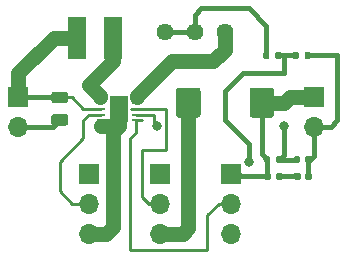
<source format=gbr>
%TF.GenerationSoftware,KiCad,Pcbnew,(5.1.9)-1*%
%TF.CreationDate,2021-12-07T16:03:42+01:00*%
%TF.ProjectId,max8815_00,6d617838-3831-4355-9f30-302e6b696361,rev?*%
%TF.SameCoordinates,Original*%
%TF.FileFunction,Copper,L1,Top*%
%TF.FilePolarity,Positive*%
%FSLAX46Y46*%
G04 Gerber Fmt 4.6, Leading zero omitted, Abs format (unit mm)*
G04 Created by KiCad (PCBNEW (5.1.9)-1) date 2021-12-07 16:03:42*
%MOMM*%
%LPD*%
G01*
G04 APERTURE LIST*
%TA.AperFunction,SMDPad,CuDef*%
%ADD10R,1.500000X3.600000*%
%TD*%
%TA.AperFunction,ComponentPad*%
%ADD11O,1.700000X1.700000*%
%TD*%
%TA.AperFunction,ComponentPad*%
%ADD12R,1.700000X1.700000*%
%TD*%
%TA.AperFunction,SMDPad,CuDef*%
%ADD13R,1.500000X2.300000*%
%TD*%
%TA.AperFunction,SMDPad,CuDef*%
%ADD14R,0.760000X0.270000*%
%TD*%
%TA.AperFunction,ComponentPad*%
%ADD15C,1.440000*%
%TD*%
%TA.AperFunction,ViaPad*%
%ADD16C,0.800000*%
%TD*%
%TA.AperFunction,Conductor*%
%ADD17C,0.406400*%
%TD*%
%TA.AperFunction,Conductor*%
%ADD18C,0.250000*%
%TD*%
%TA.AperFunction,Conductor*%
%ADD19C,1.270000*%
%TD*%
G04 APERTURE END LIST*
%TO.P,R4,2*%
%TO.N,Net-(D1-Pad2)*%
%TA.AperFunction,SMDPad,CuDef*%
G36*
G01*
X136345900Y-112427600D02*
X136345900Y-112057600D01*
G75*
G02*
X136480900Y-111922600I135000J0D01*
G01*
X136750900Y-111922600D01*
G75*
G02*
X136885900Y-112057600I0J-135000D01*
G01*
X136885900Y-112427600D01*
G75*
G02*
X136750900Y-112562600I-135000J0D01*
G01*
X136480900Y-112562600D01*
G75*
G02*
X136345900Y-112427600I0J135000D01*
G01*
G37*
%TD.AperFunction*%
%TO.P,R4,1*%
%TO.N,/out*%
%TA.AperFunction,SMDPad,CuDef*%
G36*
G01*
X135325900Y-112427600D02*
X135325900Y-112057600D01*
G75*
G02*
X135460900Y-111922600I135000J0D01*
G01*
X135730900Y-111922600D01*
G75*
G02*
X135865900Y-112057600I0J-135000D01*
G01*
X135865900Y-112427600D01*
G75*
G02*
X135730900Y-112562600I-135000J0D01*
G01*
X135460900Y-112562600D01*
G75*
G02*
X135325900Y-112427600I0J135000D01*
G01*
G37*
%TD.AperFunction*%
%TD*%
%TO.P,D1,2*%
%TO.N,Net-(D1-Pad2)*%
%TA.AperFunction,SMDPad,CuDef*%
G36*
G01*
X138405100Y-112057400D02*
X138405100Y-112402400D01*
G75*
G02*
X138257600Y-112549900I-147500J0D01*
G01*
X137962600Y-112549900D01*
G75*
G02*
X137815100Y-112402400I0J147500D01*
G01*
X137815100Y-112057400D01*
G75*
G02*
X137962600Y-111909900I147500J0D01*
G01*
X138257600Y-111909900D01*
G75*
G02*
X138405100Y-112057400I0J-147500D01*
G01*
G37*
%TD.AperFunction*%
%TO.P,D1,1*%
%TO.N,GND*%
%TA.AperFunction,SMDPad,CuDef*%
G36*
G01*
X139375100Y-112057400D02*
X139375100Y-112402400D01*
G75*
G02*
X139227600Y-112549900I-147500J0D01*
G01*
X138932600Y-112549900D01*
G75*
G02*
X138785100Y-112402400I0J147500D01*
G01*
X138785100Y-112057400D01*
G75*
G02*
X138932600Y-111909900I147500J0D01*
G01*
X139227600Y-111909900D01*
G75*
G02*
X139375100Y-112057400I0J-147500D01*
G01*
G37*
%TD.AperFunction*%
%TD*%
D10*
%TO.P,L1,2*%
%TO.N,/Batt*%
X119475000Y-100500000D03*
%TO.P,L1,1*%
%TO.N,Net-(L1-Pad1)*%
X122525000Y-100500000D03*
%TD*%
%TO.P,R1,2*%
%TO.N,Net-(J5-Pad3)*%
%TA.AperFunction,SMDPad,CuDef*%
G36*
G01*
X136240000Y-102185000D02*
X136240000Y-101815000D01*
G75*
G02*
X136375000Y-101680000I135000J0D01*
G01*
X136645000Y-101680000D01*
G75*
G02*
X136780000Y-101815000I0J-135000D01*
G01*
X136780000Y-102185000D01*
G75*
G02*
X136645000Y-102320000I-135000J0D01*
G01*
X136375000Y-102320000D01*
G75*
G02*
X136240000Y-102185000I0J135000D01*
G01*
G37*
%TD.AperFunction*%
%TO.P,R1,1*%
%TO.N,Net-(R1-Pad1)*%
%TA.AperFunction,SMDPad,CuDef*%
G36*
G01*
X135220000Y-102185000D02*
X135220000Y-101815000D01*
G75*
G02*
X135355000Y-101680000I135000J0D01*
G01*
X135625000Y-101680000D01*
G75*
G02*
X135760000Y-101815000I0J-135000D01*
G01*
X135760000Y-102185000D01*
G75*
G02*
X135625000Y-102320000I-135000J0D01*
G01*
X135355000Y-102320000D01*
G75*
G02*
X135220000Y-102185000I0J135000D01*
G01*
G37*
%TD.AperFunction*%
%TD*%
D11*
%TO.P,J4,3*%
%TO.N,GND*%
X126500000Y-117080000D03*
%TO.P,J4,2*%
%TO.N,Net-(J4-Pad2)*%
X126500000Y-114540000D03*
D12*
%TO.P,J4,1*%
%TO.N,/Batt*%
X126500000Y-112000000D03*
%TD*%
D11*
%TO.P,J3,3*%
%TO.N,GND*%
X120500000Y-117080000D03*
%TO.P,J3,2*%
%TO.N,Net-(J3-Pad2)*%
X120500000Y-114540000D03*
D12*
%TO.P,J3,1*%
%TO.N,/Batt*%
X120500000Y-112000000D03*
%TD*%
D11*
%TO.P,OUT,2*%
%TO.N,GND*%
X139500000Y-108040000D03*
D12*
%TO.P,OUT,1*%
%TO.N,/out*%
X139500000Y-105500000D03*
%TD*%
%TO.P,C3,2*%
%TO.N,GND*%
%TA.AperFunction,SMDPad,CuDef*%
G36*
G01*
X138776200Y-110988900D02*
X138776200Y-110648900D01*
G75*
G02*
X138916200Y-110508900I140000J0D01*
G01*
X139196200Y-110508900D01*
G75*
G02*
X139336200Y-110648900I0J-140000D01*
G01*
X139336200Y-110988900D01*
G75*
G02*
X139196200Y-111128900I-140000J0D01*
G01*
X138916200Y-111128900D01*
G75*
G02*
X138776200Y-110988900I0J140000D01*
G01*
G37*
%TD.AperFunction*%
%TO.P,C3,1*%
%TO.N,Net-(C3-Pad1)*%
%TA.AperFunction,SMDPad,CuDef*%
G36*
G01*
X137816200Y-110988900D02*
X137816200Y-110648900D01*
G75*
G02*
X137956200Y-110508900I140000J0D01*
G01*
X138236200Y-110508900D01*
G75*
G02*
X138376200Y-110648900I0J-140000D01*
G01*
X138376200Y-110988900D01*
G75*
G02*
X138236200Y-111128900I-140000J0D01*
G01*
X137956200Y-111128900D01*
G75*
G02*
X137816200Y-110988900I0J140000D01*
G01*
G37*
%TD.AperFunction*%
%TD*%
%TO.P,C2,2*%
%TO.N,GND*%
%TA.AperFunction,SMDPad,CuDef*%
G36*
G01*
X129925000Y-104975000D02*
X129925000Y-107025000D01*
G75*
G02*
X129675000Y-107275000I-250000J0D01*
G01*
X128100000Y-107275000D01*
G75*
G02*
X127850000Y-107025000I0J250000D01*
G01*
X127850000Y-104975000D01*
G75*
G02*
X128100000Y-104725000I250000J0D01*
G01*
X129675000Y-104725000D01*
G75*
G02*
X129925000Y-104975000I0J-250000D01*
G01*
G37*
%TD.AperFunction*%
%TO.P,C2,1*%
%TO.N,/out*%
%TA.AperFunction,SMDPad,CuDef*%
G36*
G01*
X136150000Y-104975000D02*
X136150000Y-107025000D01*
G75*
G02*
X135900000Y-107275000I-250000J0D01*
G01*
X134325000Y-107275000D01*
G75*
G02*
X134075000Y-107025000I0J250000D01*
G01*
X134075000Y-104975000D01*
G75*
G02*
X134325000Y-104725000I250000J0D01*
G01*
X135900000Y-104725000D01*
G75*
G02*
X136150000Y-104975000I0J-250000D01*
G01*
G37*
%TD.AperFunction*%
%TD*%
%TO.P,C1,2*%
%TO.N,GND*%
%TA.AperFunction,SMDPad,CuDef*%
G36*
G01*
X117525000Y-106950000D02*
X118475000Y-106950000D01*
G75*
G02*
X118725000Y-107200000I0J-250000D01*
G01*
X118725000Y-107700000D01*
G75*
G02*
X118475000Y-107950000I-250000J0D01*
G01*
X117525000Y-107950000D01*
G75*
G02*
X117275000Y-107700000I0J250000D01*
G01*
X117275000Y-107200000D01*
G75*
G02*
X117525000Y-106950000I250000J0D01*
G01*
G37*
%TD.AperFunction*%
%TO.P,C1,1*%
%TO.N,/Batt*%
%TA.AperFunction,SMDPad,CuDef*%
G36*
G01*
X117525000Y-105050000D02*
X118475000Y-105050000D01*
G75*
G02*
X118725000Y-105300000I0J-250000D01*
G01*
X118725000Y-105800000D01*
G75*
G02*
X118475000Y-106050000I-250000J0D01*
G01*
X117525000Y-106050000D01*
G75*
G02*
X117275000Y-105800000I0J250000D01*
G01*
X117275000Y-105300000D01*
G75*
G02*
X117525000Y-105050000I250000J0D01*
G01*
G37*
%TD.AperFunction*%
%TD*%
D13*
%TO.P,U1,11*%
%TO.N,GND*%
X123000000Y-106500000D03*
D14*
%TO.P,U1,10*%
%TO.N,/out*%
X124485000Y-105500000D03*
%TO.P,U1,9*%
X124485000Y-106000000D03*
%TO.P,U1,8*%
%TO.N,Net-(J4-Pad2)*%
X124485000Y-106500000D03*
%TO.P,U1,7*%
%TO.N,Net-(C3-Pad1)*%
X124485000Y-107000000D03*
%TO.P,U1,6*%
%TO.N,/FB*%
X124485000Y-107500000D03*
%TO.P,U1,5*%
%TO.N,GND*%
X121515000Y-107500000D03*
%TO.P,U1,4*%
%TO.N,Net-(J3-Pad2)*%
X121515000Y-107000000D03*
%TO.P,U1,3*%
%TO.N,/Batt*%
X121515000Y-106500000D03*
%TO.P,U1,2*%
%TO.N,Net-(L1-Pad1)*%
X121515000Y-106000000D03*
%TO.P,U1,1*%
X121515000Y-105500000D03*
%TD*%
D15*
%TO.P,RV1,3*%
%TO.N,Net-(R1-Pad1)*%
X126920000Y-100000000D03*
%TO.P,RV1,2*%
X129460000Y-100000000D03*
%TO.P,RV1,1*%
%TO.N,/out*%
X132000000Y-100000000D03*
%TD*%
%TO.P,R3,2*%
%TO.N,/out*%
%TA.AperFunction,SMDPad,CuDef*%
G36*
G01*
X135836200Y-110633900D02*
X135836200Y-111003900D01*
G75*
G02*
X135701200Y-111138900I-135000J0D01*
G01*
X135431200Y-111138900D01*
G75*
G02*
X135296200Y-111003900I0J135000D01*
G01*
X135296200Y-110633900D01*
G75*
G02*
X135431200Y-110498900I135000J0D01*
G01*
X135701200Y-110498900D01*
G75*
G02*
X135836200Y-110633900I0J-135000D01*
G01*
G37*
%TD.AperFunction*%
%TO.P,R3,1*%
%TO.N,Net-(C3-Pad1)*%
%TA.AperFunction,SMDPad,CuDef*%
G36*
G01*
X136856200Y-110633900D02*
X136856200Y-111003900D01*
G75*
G02*
X136721200Y-111138900I-135000J0D01*
G01*
X136451200Y-111138900D01*
G75*
G02*
X136316200Y-111003900I0J135000D01*
G01*
X136316200Y-110633900D01*
G75*
G02*
X136451200Y-110498900I135000J0D01*
G01*
X136721200Y-110498900D01*
G75*
G02*
X136856200Y-110633900I0J-135000D01*
G01*
G37*
%TD.AperFunction*%
%TD*%
%TO.P,R2,2*%
%TO.N,GND*%
%TA.AperFunction,SMDPad,CuDef*%
G36*
G01*
X138740000Y-102185000D02*
X138740000Y-101815000D01*
G75*
G02*
X138875000Y-101680000I135000J0D01*
G01*
X139145000Y-101680000D01*
G75*
G02*
X139280000Y-101815000I0J-135000D01*
G01*
X139280000Y-102185000D01*
G75*
G02*
X139145000Y-102320000I-135000J0D01*
G01*
X138875000Y-102320000D01*
G75*
G02*
X138740000Y-102185000I0J135000D01*
G01*
G37*
%TD.AperFunction*%
%TO.P,R2,1*%
%TO.N,Net-(J5-Pad3)*%
%TA.AperFunction,SMDPad,CuDef*%
G36*
G01*
X137720000Y-102185000D02*
X137720000Y-101815000D01*
G75*
G02*
X137855000Y-101680000I135000J0D01*
G01*
X138125000Y-101680000D01*
G75*
G02*
X138260000Y-101815000I0J-135000D01*
G01*
X138260000Y-102185000D01*
G75*
G02*
X138125000Y-102320000I-135000J0D01*
G01*
X137855000Y-102320000D01*
G75*
G02*
X137720000Y-102185000I0J135000D01*
G01*
G37*
%TD.AperFunction*%
%TD*%
D11*
%TO.P,J5,3*%
%TO.N,Net-(J5-Pad3)*%
X132500000Y-117080000D03*
%TO.P,J5,2*%
%TO.N,/FB*%
X132500000Y-114540000D03*
D12*
%TO.P,J5,1*%
%TO.N,/out*%
X132500000Y-112000000D03*
%TD*%
D11*
%TO.P,IN,2*%
%TO.N,GND*%
X114500000Y-108040000D03*
D12*
%TO.P,IN,1*%
%TO.N,/Batt*%
X114500000Y-105500000D03*
%TD*%
D16*
%TO.N,Net-(C3-Pad1)*%
X126275000Y-108000000D03*
X137000000Y-108000000D03*
%TO.N,Net-(J5-Pad3)*%
X134000000Y-111000000D03*
%TD*%
D17*
%TO.N,GND*%
X117410000Y-108040000D02*
X118000000Y-107450000D01*
X114500000Y-108040000D02*
X117410000Y-108040000D01*
D18*
X118000000Y-107450000D02*
X118050000Y-107500000D01*
X121515000Y-107500000D02*
X122000000Y-107500000D01*
D17*
X139010000Y-102000000D02*
X141500000Y-102000000D01*
X141500000Y-102000000D02*
X141500000Y-107500000D01*
X140960000Y-108040000D02*
X139500000Y-108040000D01*
X141500000Y-107500000D02*
X140960000Y-108040000D01*
X139056200Y-110818900D02*
X139076200Y-110818900D01*
D19*
X126500000Y-117080000D02*
X128420000Y-117080000D01*
X128887500Y-116612500D02*
X128887500Y-106000000D01*
X128420000Y-117080000D02*
X128887500Y-116612500D01*
X120500000Y-117080000D02*
X121920000Y-117080000D01*
X121920000Y-117080000D02*
X122500000Y-116500000D01*
X122500000Y-116500000D02*
X122500000Y-108500000D01*
X122500000Y-108500000D02*
X123000000Y-108000000D01*
X123000000Y-108000000D02*
X123000000Y-106500000D01*
X123000000Y-108000000D02*
X121500000Y-108000000D01*
D17*
X139056200Y-112206000D02*
X139080100Y-112229900D01*
X139056200Y-110818900D02*
X139056200Y-112206000D01*
X139056200Y-110818900D02*
X139180600Y-110818900D01*
X139500000Y-110499500D02*
X139500000Y-108040000D01*
X139180600Y-110818900D02*
X139500000Y-110499500D01*
D18*
%TO.N,Net-(C3-Pad1)*%
X124485000Y-107000000D02*
X126000000Y-107000000D01*
X126000000Y-107725000D02*
X126275000Y-108000000D01*
X126000000Y-107000000D02*
X126000000Y-107725000D01*
D17*
X137076200Y-110818900D02*
X138096200Y-110818900D01*
X136586200Y-110818900D02*
X137076200Y-110818900D01*
X137000000Y-110405100D02*
X136586200Y-110818900D01*
X137000000Y-108000000D02*
X137000000Y-110405100D01*
%TO.N,/Batt*%
X117950000Y-105500000D02*
X118000000Y-105550000D01*
X114500000Y-105500000D02*
X117950000Y-105500000D01*
D18*
X118000000Y-105550000D02*
X119050000Y-105550000D01*
X120000000Y-106500000D02*
X121515000Y-106500000D01*
X119050000Y-105550000D02*
X120000000Y-106500000D01*
D19*
X114500000Y-105500000D02*
X114500000Y-103500000D01*
X117500000Y-100500000D02*
X119475000Y-100500000D01*
X114500000Y-103500000D02*
X117500000Y-100500000D01*
%TO.N,/out*%
X135112500Y-106000000D02*
X137000000Y-106000000D01*
X137500000Y-105500000D02*
X139500000Y-105500000D01*
X137000000Y-106000000D02*
X137500000Y-105500000D01*
D17*
X124500000Y-105485000D02*
X124485000Y-105500000D01*
X124485000Y-105500000D02*
X124485000Y-105961799D01*
D19*
X132000000Y-100000000D02*
X132000000Y-101500000D01*
X132000000Y-101500000D02*
X131000000Y-102500000D01*
X124585001Y-105414999D02*
X124585001Y-105500000D01*
X127500000Y-102500000D02*
X124585001Y-105414999D01*
X131000000Y-102500000D02*
X127500000Y-102500000D01*
D17*
X135112500Y-110365200D02*
X135566200Y-110818900D01*
X135112500Y-106000000D02*
X135112500Y-110365200D01*
X132500000Y-112000000D02*
X133183600Y-112000000D01*
X135566200Y-112212900D02*
X135595900Y-112242600D01*
X135566200Y-110818900D02*
X135566200Y-112212900D01*
X132742600Y-112242600D02*
X132500000Y-112000000D01*
X135595900Y-112242600D02*
X132742600Y-112242600D01*
D18*
%TO.N,Net-(J3-Pad2)*%
X119040000Y-114540000D02*
X120500000Y-114540000D01*
X118000000Y-113500000D02*
X119040000Y-114540000D01*
X118000000Y-111000000D02*
X118000000Y-113500000D01*
X120000000Y-109000000D02*
X118000000Y-111000000D01*
X120000000Y-107500000D02*
X120000000Y-109000000D01*
X120500000Y-107000000D02*
X120000000Y-107500000D01*
X121515000Y-107000000D02*
X120500000Y-107000000D01*
%TO.N,Net-(J4-Pad2)*%
X126500000Y-114540000D02*
X125540000Y-114540000D01*
X125540000Y-114540000D02*
X125000000Y-114000000D01*
X125000000Y-114000000D02*
X125000000Y-110000000D01*
X125000000Y-110000000D02*
X127000000Y-110000000D01*
X127000000Y-110000000D02*
X127000000Y-106500000D01*
X127000000Y-106500000D02*
X124075001Y-106500000D01*
D17*
%TO.N,Net-(J5-Pad3)*%
X137000000Y-102000000D02*
X137000000Y-103500000D01*
X136510000Y-102000000D02*
X137000000Y-102000000D01*
X137000000Y-102000000D02*
X137990000Y-102000000D01*
X137000000Y-103500000D02*
X133500000Y-103500000D01*
X133500000Y-103500000D02*
X132000000Y-105000000D01*
X132000000Y-105000000D02*
X132000000Y-107500000D01*
X132000000Y-107500000D02*
X134000000Y-109500000D01*
X134000000Y-109500000D02*
X134000000Y-111000000D01*
D18*
%TO.N,/FB*%
X124485000Y-107500000D02*
X125000000Y-107500000D01*
X131460000Y-114540000D02*
X132500000Y-114540000D01*
X130500000Y-118500000D02*
X130500000Y-115500000D01*
X123960010Y-118460010D02*
X124000000Y-118500000D01*
X130500000Y-115500000D02*
X131460000Y-114540000D01*
X123960010Y-109039990D02*
X123960010Y-118460010D01*
X124000000Y-118500000D02*
X130500000Y-118500000D01*
X124485000Y-108515000D02*
X123960010Y-109039990D01*
X124485000Y-107500000D02*
X124485000Y-108515000D01*
D19*
%TO.N,Net-(L1-Pad1)*%
X122525000Y-100500000D02*
X122525000Y-102475000D01*
X122525000Y-102475000D02*
X120500000Y-104500000D01*
X121414999Y-105399999D02*
X121414999Y-105500000D01*
X120515000Y-104500000D02*
X121414999Y-105399999D01*
X120500000Y-104500000D02*
X120515000Y-104500000D01*
D17*
%TO.N,Net-(R1-Pad1)*%
X126920000Y-100000000D02*
X129460000Y-100000000D01*
X129460000Y-100000000D02*
X129460000Y-98540000D01*
X129460000Y-98540000D02*
X130000000Y-98000000D01*
X130000000Y-98000000D02*
X134000000Y-98000000D01*
X135490000Y-99490000D02*
X135490000Y-102000000D01*
X134000000Y-98000000D02*
X135490000Y-99490000D01*
%TO.N,Net-(D1-Pad2)*%
X138097400Y-112242600D02*
X138110100Y-112229900D01*
X136615900Y-112242600D02*
X138097400Y-112242600D01*
%TD*%
M02*

</source>
